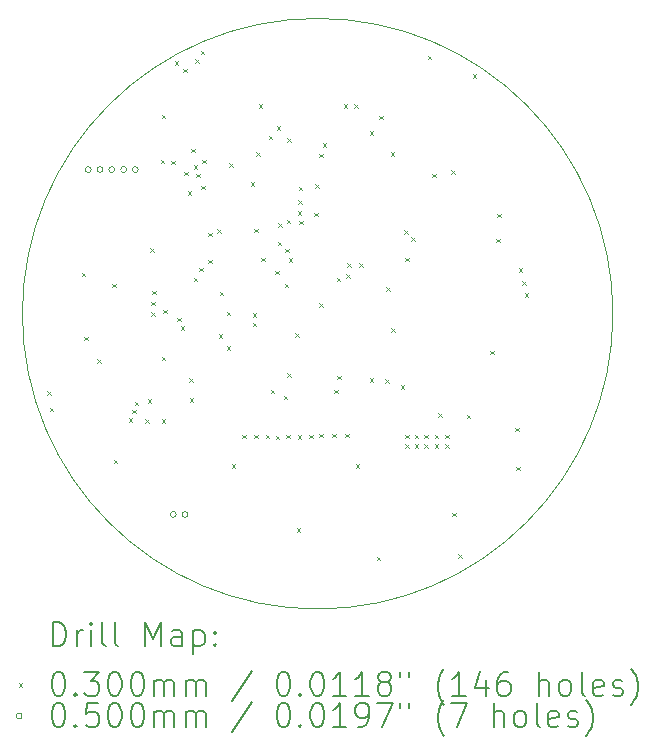
<source format=gbr>
%TF.GenerationSoftware,KiCad,Pcbnew,8.0.1*%
%TF.CreationDate,2024-05-30T23:43:43+05:00*%
%TF.ProjectId,6_layer_MCU,365f6c61-7965-4725-9f4d-43552e6b6963,rev?*%
%TF.SameCoordinates,Original*%
%TF.FileFunction,Drillmap*%
%TF.FilePolarity,Positive*%
%FSLAX45Y45*%
G04 Gerber Fmt 4.5, Leading zero omitted, Abs format (unit mm)*
G04 Created by KiCad (PCBNEW 8.0.1) date 2024-05-30 23:43:43*
%MOMM*%
%LPD*%
G01*
G04 APERTURE LIST*
%ADD10C,0.050000*%
%ADD11C,0.200000*%
%ADD12C,0.100000*%
G04 APERTURE END LIST*
D10*
X17793359Y-10150325D02*
G75*
G02*
X12793359Y-10150325I-2500000J0D01*
G01*
X12793359Y-10150325D02*
G75*
G02*
X17793359Y-10150325I2500000J0D01*
G01*
D11*
D12*
X13005000Y-10805000D02*
X13035000Y-10835000D01*
X13035000Y-10805000D02*
X13005000Y-10835000D01*
X13025000Y-10945000D02*
X13055000Y-10975000D01*
X13055000Y-10945000D02*
X13025000Y-10975000D01*
X13295000Y-9805000D02*
X13325000Y-9835000D01*
X13325000Y-9805000D02*
X13295000Y-9835000D01*
X13315000Y-10345000D02*
X13345000Y-10375000D01*
X13345000Y-10345000D02*
X13315000Y-10375000D01*
X13425000Y-10535000D02*
X13455000Y-10565000D01*
X13455000Y-10535000D02*
X13425000Y-10565000D01*
X13555000Y-9895000D02*
X13585000Y-9925000D01*
X13585000Y-9895000D02*
X13555000Y-9925000D01*
X13565000Y-11385000D02*
X13595000Y-11415000D01*
X13595000Y-11385000D02*
X13565000Y-11415000D01*
X13695000Y-11035000D02*
X13725000Y-11065000D01*
X13725000Y-11035000D02*
X13695000Y-11065000D01*
X13725000Y-10965000D02*
X13755000Y-10995000D01*
X13755000Y-10965000D02*
X13725000Y-10995000D01*
X13745000Y-10895000D02*
X13775000Y-10925000D01*
X13775000Y-10895000D02*
X13745000Y-10925000D01*
X13835000Y-11045000D02*
X13865000Y-11075000D01*
X13865000Y-11045000D02*
X13835000Y-11075000D01*
X13855000Y-10875000D02*
X13885000Y-10905000D01*
X13885000Y-10875000D02*
X13855000Y-10905000D01*
X13875000Y-9595294D02*
X13905000Y-9625294D01*
X13905000Y-9595294D02*
X13875000Y-9625294D01*
X13885000Y-10047500D02*
X13915000Y-10077500D01*
X13915000Y-10047500D02*
X13885000Y-10077500D01*
X13885000Y-10137500D02*
X13915000Y-10167500D01*
X13915000Y-10137500D02*
X13885000Y-10167500D01*
X13895000Y-9955000D02*
X13925000Y-9985000D01*
X13925000Y-9955000D02*
X13895000Y-9985000D01*
X13965000Y-8845000D02*
X13995000Y-8875000D01*
X13995000Y-8845000D02*
X13965000Y-8875000D01*
X13975000Y-8465000D02*
X14005000Y-8495000D01*
X14005000Y-8465000D02*
X13975000Y-8495000D01*
X13975000Y-10515000D02*
X14005000Y-10545000D01*
X14005000Y-10515000D02*
X13975000Y-10545000D01*
X13975000Y-11045000D02*
X14005000Y-11075000D01*
X14005000Y-11045000D02*
X13975000Y-11075000D01*
X13985000Y-10115000D02*
X14015000Y-10145000D01*
X14015000Y-10115000D02*
X13985000Y-10145000D01*
X14055000Y-8855000D02*
X14085000Y-8885000D01*
X14085000Y-8855000D02*
X14055000Y-8885000D01*
X14085000Y-8015000D02*
X14115000Y-8045000D01*
X14115000Y-8015000D02*
X14085000Y-8045000D01*
X14105000Y-10185000D02*
X14135000Y-10215000D01*
X14135000Y-10185000D02*
X14105000Y-10215000D01*
X14135000Y-10255000D02*
X14165000Y-10285000D01*
X14165000Y-10255000D02*
X14135000Y-10285000D01*
X14155000Y-8075000D02*
X14185000Y-8105000D01*
X14185000Y-8075000D02*
X14155000Y-8105000D01*
X14165000Y-8947175D02*
X14195000Y-8977175D01*
X14195000Y-8947175D02*
X14165000Y-8977175D01*
X14195000Y-9115000D02*
X14225000Y-9145000D01*
X14225000Y-9115000D02*
X14195000Y-9145000D01*
X14205000Y-10695000D02*
X14235000Y-10725000D01*
X14235000Y-10695000D02*
X14205000Y-10725000D01*
X14208288Y-10868289D02*
X14238288Y-10898289D01*
X14238288Y-10868289D02*
X14208288Y-10898289D01*
X14225000Y-8755000D02*
X14255000Y-8785000D01*
X14255000Y-8755000D02*
X14225000Y-8785000D01*
X14245000Y-8895000D02*
X14275000Y-8925000D01*
X14275000Y-8895000D02*
X14245000Y-8925000D01*
X14245000Y-9845000D02*
X14275000Y-9875000D01*
X14275000Y-9845000D02*
X14245000Y-9875000D01*
X14255000Y-7995000D02*
X14285000Y-8025000D01*
X14285000Y-7995000D02*
X14255000Y-8025000D01*
X14265000Y-8965000D02*
X14295000Y-8995000D01*
X14295000Y-8965000D02*
X14265000Y-8995000D01*
X14290700Y-9761193D02*
X14320700Y-9791193D01*
X14320700Y-9761193D02*
X14290700Y-9791193D01*
X14305000Y-7925000D02*
X14335000Y-7955000D01*
X14335000Y-7925000D02*
X14305000Y-7955000D01*
X14309223Y-9066554D02*
X14339223Y-9096554D01*
X14339223Y-9066554D02*
X14309223Y-9096554D01*
X14315000Y-8845000D02*
X14345000Y-8875000D01*
X14345000Y-8845000D02*
X14315000Y-8875000D01*
X14365000Y-9465000D02*
X14395000Y-9495000D01*
X14395000Y-9465000D02*
X14365000Y-9495000D01*
X14365000Y-9695000D02*
X14395000Y-9725000D01*
X14395000Y-9695000D02*
X14365000Y-9725000D01*
X14445000Y-9435000D02*
X14475000Y-9465000D01*
X14475000Y-9435000D02*
X14445000Y-9465000D01*
X14455000Y-10325000D02*
X14485000Y-10355000D01*
X14485000Y-10325000D02*
X14455000Y-10355000D01*
X14465000Y-9965000D02*
X14495000Y-9995000D01*
X14495000Y-9965000D02*
X14465000Y-9995000D01*
X14525000Y-10135000D02*
X14555000Y-10165000D01*
X14555000Y-10135000D02*
X14525000Y-10165000D01*
X14525000Y-10425000D02*
X14555000Y-10455000D01*
X14555000Y-10425000D02*
X14525000Y-10455000D01*
X14545000Y-8875000D02*
X14575000Y-8905000D01*
X14575000Y-8875000D02*
X14545000Y-8905000D01*
X14565000Y-11425000D02*
X14595000Y-11455000D01*
X14595000Y-11425000D02*
X14565000Y-11455000D01*
X14655000Y-11175000D02*
X14685000Y-11205000D01*
X14685000Y-11175000D02*
X14655000Y-11205000D01*
X14725000Y-9035000D02*
X14755000Y-9065000D01*
X14755000Y-9035000D02*
X14725000Y-9065000D01*
X14745000Y-10145000D02*
X14775000Y-10175000D01*
X14775000Y-10145000D02*
X14745000Y-10175000D01*
X14745000Y-10225000D02*
X14775000Y-10255000D01*
X14775000Y-10225000D02*
X14745000Y-10255000D01*
X14755000Y-11175000D02*
X14785000Y-11205000D01*
X14785000Y-11175000D02*
X14755000Y-11205000D01*
X14757223Y-9432777D02*
X14787223Y-9462777D01*
X14787223Y-9432777D02*
X14757223Y-9462777D01*
X14775000Y-8785000D02*
X14805000Y-8815000D01*
X14805000Y-8785000D02*
X14775000Y-8815000D01*
X14795000Y-8375000D02*
X14825000Y-8405000D01*
X14825000Y-8375000D02*
X14795000Y-8405000D01*
X14815000Y-9675000D02*
X14845000Y-9705000D01*
X14845000Y-9675000D02*
X14815000Y-9705000D01*
X14855000Y-11175000D02*
X14885000Y-11205000D01*
X14885000Y-11175000D02*
X14855000Y-11205000D01*
X14880090Y-8643692D02*
X14910090Y-8673692D01*
X14910090Y-8643692D02*
X14880090Y-8673692D01*
X14895000Y-10795000D02*
X14925000Y-10825000D01*
X14925000Y-10795000D02*
X14895000Y-10825000D01*
X14932936Y-9787064D02*
X14962936Y-9817064D01*
X14962936Y-9787064D02*
X14932936Y-9817064D01*
X14940000Y-11185000D02*
X14970000Y-11215000D01*
X14970000Y-11185000D02*
X14940000Y-11215000D01*
X14945000Y-8565000D02*
X14975000Y-8595000D01*
X14975000Y-8565000D02*
X14945000Y-8595000D01*
X14956622Y-9539149D02*
X14986622Y-9569149D01*
X14986622Y-9539149D02*
X14956622Y-9569149D01*
X14957327Y-9382971D02*
X14987327Y-9412971D01*
X14987327Y-9382971D02*
X14957327Y-9412971D01*
X15005000Y-10845000D02*
X15035000Y-10875000D01*
X15035000Y-10845000D02*
X15005000Y-10875000D01*
X15015000Y-9895000D02*
X15045000Y-9925000D01*
X15045000Y-9895000D02*
X15015000Y-9925000D01*
X15018736Y-9601264D02*
X15048736Y-9631264D01*
X15048736Y-9601264D02*
X15018736Y-9631264D01*
X15029384Y-11174484D02*
X15059384Y-11204484D01*
X15059384Y-11174484D02*
X15029384Y-11204484D01*
X15032753Y-9356307D02*
X15062753Y-9386307D01*
X15062753Y-9356307D02*
X15032753Y-9386307D01*
X15035000Y-8665000D02*
X15065000Y-8695000D01*
X15065000Y-8665000D02*
X15035000Y-8695000D01*
X15035000Y-10655000D02*
X15065000Y-10685000D01*
X15065000Y-10655000D02*
X15035000Y-10685000D01*
X15047566Y-9680510D02*
X15077566Y-9710510D01*
X15077566Y-9680510D02*
X15047566Y-9710510D01*
X15105000Y-10315000D02*
X15135000Y-10345000D01*
X15135000Y-10315000D02*
X15105000Y-10345000D01*
X15115000Y-11965000D02*
X15145000Y-11995000D01*
X15145000Y-11965000D02*
X15115000Y-11995000D01*
X15123574Y-11179290D02*
X15153574Y-11209290D01*
X15153574Y-11179290D02*
X15123574Y-11209290D01*
X15125000Y-9285000D02*
X15155000Y-9315000D01*
X15155000Y-9285000D02*
X15125000Y-9315000D01*
X15130962Y-9189038D02*
X15160962Y-9219038D01*
X15160962Y-9189038D02*
X15130962Y-9219038D01*
X15135000Y-9075000D02*
X15165000Y-9105000D01*
X15165000Y-9075000D02*
X15135000Y-9105000D01*
X15135022Y-9364370D02*
X15165022Y-9394370D01*
X15165022Y-9364370D02*
X15135022Y-9394370D01*
X15220656Y-11175543D02*
X15250656Y-11205543D01*
X15250656Y-11175543D02*
X15220656Y-11205543D01*
X15265000Y-9295000D02*
X15295000Y-9325000D01*
X15295000Y-9295000D02*
X15265000Y-9325000D01*
X15275000Y-9055000D02*
X15305000Y-9085000D01*
X15305000Y-9055000D02*
X15275000Y-9085000D01*
X15305000Y-8795000D02*
X15335000Y-8825000D01*
X15335000Y-8795000D02*
X15305000Y-8825000D01*
X15305000Y-11165000D02*
X15335000Y-11195000D01*
X15335000Y-11165000D02*
X15305000Y-11195000D01*
X15306334Y-10063666D02*
X15336334Y-10093666D01*
X15336334Y-10063666D02*
X15306334Y-10093666D01*
X15335000Y-8705000D02*
X15365000Y-8735000D01*
X15365000Y-8705000D02*
X15335000Y-8735000D01*
X15415000Y-11165000D02*
X15445000Y-11195000D01*
X15445000Y-11165000D02*
X15415000Y-11195000D01*
X15435000Y-10795000D02*
X15465000Y-10825000D01*
X15465000Y-10795000D02*
X15435000Y-10825000D01*
X15455000Y-9845000D02*
X15485000Y-9875000D01*
X15485000Y-9845000D02*
X15455000Y-9875000D01*
X15459175Y-10675000D02*
X15489175Y-10705000D01*
X15489175Y-10675000D02*
X15459175Y-10705000D01*
X15515000Y-8375000D02*
X15545000Y-8405000D01*
X15545000Y-8375000D02*
X15515000Y-8405000D01*
X15525000Y-11165000D02*
X15555000Y-11195000D01*
X15555000Y-11165000D02*
X15525000Y-11195000D01*
X15535000Y-9815000D02*
X15565000Y-9845000D01*
X15565000Y-9815000D02*
X15535000Y-9845000D01*
X15545000Y-9725000D02*
X15575000Y-9755000D01*
X15575000Y-9725000D02*
X15545000Y-9755000D01*
X15605000Y-8375000D02*
X15635000Y-8405000D01*
X15635000Y-8375000D02*
X15605000Y-8405000D01*
X15615000Y-11425000D02*
X15645000Y-11455000D01*
X15645000Y-11425000D02*
X15615000Y-11455000D01*
X15645000Y-9725000D02*
X15675000Y-9755000D01*
X15675000Y-9725000D02*
X15645000Y-9755000D01*
X15735000Y-8605000D02*
X15765000Y-8635000D01*
X15765000Y-8605000D02*
X15735000Y-8635000D01*
X15735000Y-10695000D02*
X15765000Y-10725000D01*
X15765000Y-10695000D02*
X15735000Y-10725000D01*
X15795000Y-12208584D02*
X15825000Y-12238584D01*
X15825000Y-12208584D02*
X15795000Y-12238584D01*
X15815888Y-8475889D02*
X15845888Y-8505889D01*
X15845888Y-8475889D02*
X15815888Y-8505889D01*
X15865000Y-10705000D02*
X15895000Y-10735000D01*
X15895000Y-10705000D02*
X15865000Y-10735000D01*
X15875000Y-9926329D02*
X15905000Y-9956329D01*
X15905000Y-9926329D02*
X15875000Y-9956329D01*
X15913671Y-8785000D02*
X15943671Y-8815000D01*
X15943671Y-8785000D02*
X15913671Y-8815000D01*
X15915000Y-10275000D02*
X15945000Y-10305000D01*
X15945000Y-10275000D02*
X15915000Y-10305000D01*
X15995000Y-10755000D02*
X16025000Y-10785000D01*
X16025000Y-10755000D02*
X15995000Y-10785000D01*
X16025000Y-9445000D02*
X16055000Y-9475000D01*
X16055000Y-9445000D02*
X16025000Y-9475000D01*
X16035000Y-9675000D02*
X16065000Y-9705000D01*
X16065000Y-9675000D02*
X16035000Y-9705000D01*
X16035000Y-11175000D02*
X16065000Y-11205000D01*
X16065000Y-11175000D02*
X16035000Y-11205000D01*
X16035000Y-11175000D02*
X16065000Y-11205000D01*
X16065000Y-11175000D02*
X16035000Y-11205000D01*
X16035000Y-11255000D02*
X16065000Y-11285000D01*
X16065000Y-11255000D02*
X16035000Y-11285000D01*
X16035000Y-11255000D02*
X16065000Y-11285000D01*
X16065000Y-11255000D02*
X16035000Y-11285000D01*
X16085000Y-9505000D02*
X16115000Y-9535000D01*
X16115000Y-9505000D02*
X16085000Y-9535000D01*
X16115000Y-11175000D02*
X16145000Y-11205000D01*
X16145000Y-11175000D02*
X16115000Y-11205000D01*
X16115000Y-11175000D02*
X16145000Y-11205000D01*
X16145000Y-11175000D02*
X16115000Y-11205000D01*
X16115000Y-11255000D02*
X16145000Y-11285000D01*
X16145000Y-11255000D02*
X16115000Y-11285000D01*
X16115000Y-11255000D02*
X16145000Y-11285000D01*
X16145000Y-11255000D02*
X16115000Y-11285000D01*
X16195000Y-11175000D02*
X16225000Y-11205000D01*
X16225000Y-11175000D02*
X16195000Y-11205000D01*
X16195000Y-11175000D02*
X16225000Y-11205000D01*
X16225000Y-11175000D02*
X16195000Y-11205000D01*
X16195000Y-11255000D02*
X16225000Y-11285000D01*
X16225000Y-11255000D02*
X16195000Y-11285000D01*
X16195000Y-11255000D02*
X16225000Y-11285000D01*
X16225000Y-11255000D02*
X16195000Y-11285000D01*
X16223579Y-7965294D02*
X16253579Y-7995294D01*
X16253579Y-7965294D02*
X16223579Y-7995294D01*
X16265000Y-8965000D02*
X16295000Y-8995000D01*
X16295000Y-8965000D02*
X16265000Y-8995000D01*
X16285000Y-11175000D02*
X16315000Y-11205000D01*
X16315000Y-11175000D02*
X16285000Y-11205000D01*
X16285000Y-11175000D02*
X16315000Y-11205000D01*
X16315000Y-11175000D02*
X16285000Y-11205000D01*
X16285000Y-11255000D02*
X16315000Y-11285000D01*
X16315000Y-11255000D02*
X16285000Y-11285000D01*
X16285000Y-11255000D02*
X16315000Y-11285000D01*
X16315000Y-11255000D02*
X16285000Y-11285000D01*
X16315000Y-10995000D02*
X16345000Y-11025000D01*
X16345000Y-10995000D02*
X16315000Y-11025000D01*
X16375000Y-11175000D02*
X16405000Y-11205000D01*
X16405000Y-11175000D02*
X16375000Y-11205000D01*
X16375000Y-11175000D02*
X16405000Y-11205000D01*
X16405000Y-11175000D02*
X16375000Y-11205000D01*
X16375000Y-11255000D02*
X16405000Y-11285000D01*
X16405000Y-11255000D02*
X16375000Y-11285000D01*
X16375000Y-11255000D02*
X16405000Y-11285000D01*
X16405000Y-11255000D02*
X16375000Y-11285000D01*
X16425000Y-8935000D02*
X16455000Y-8965000D01*
X16455000Y-8935000D02*
X16425000Y-8965000D01*
X16435000Y-11835000D02*
X16465000Y-11865000D01*
X16465000Y-11835000D02*
X16435000Y-11865000D01*
X16485000Y-12185000D02*
X16515000Y-12215000D01*
X16515000Y-12185000D02*
X16485000Y-12215000D01*
X16555000Y-11005000D02*
X16585000Y-11035000D01*
X16585000Y-11005000D02*
X16555000Y-11035000D01*
X16605416Y-8120858D02*
X16635416Y-8150858D01*
X16635416Y-8120858D02*
X16605416Y-8150858D01*
X16755000Y-10465000D02*
X16785000Y-10495000D01*
X16785000Y-10465000D02*
X16755000Y-10495000D01*
X16805000Y-9515000D02*
X16835000Y-9545000D01*
X16835000Y-9515000D02*
X16805000Y-9545000D01*
X16815000Y-9305000D02*
X16845000Y-9335000D01*
X16845000Y-9305000D02*
X16815000Y-9335000D01*
X16965250Y-11115000D02*
X16995250Y-11145000D01*
X16995250Y-11115000D02*
X16965250Y-11145000D01*
X16975250Y-11445000D02*
X17005250Y-11475000D01*
X17005250Y-11445000D02*
X16975250Y-11475000D01*
X16995000Y-9765000D02*
X17025000Y-9795000D01*
X17025000Y-9765000D02*
X16995000Y-9795000D01*
X17025000Y-9875000D02*
X17055000Y-9905000D01*
X17055000Y-9875000D02*
X17025000Y-9905000D01*
X17045000Y-9975000D02*
X17075000Y-10005000D01*
X17075000Y-9975000D02*
X17045000Y-10005000D01*
X13375000Y-8930000D02*
G75*
G02*
X13325000Y-8930000I-25000J0D01*
G01*
X13325000Y-8930000D02*
G75*
G02*
X13375000Y-8930000I25000J0D01*
G01*
X13475000Y-8930000D02*
G75*
G02*
X13425000Y-8930000I-25000J0D01*
G01*
X13425000Y-8930000D02*
G75*
G02*
X13475000Y-8930000I25000J0D01*
G01*
X13575000Y-8930000D02*
G75*
G02*
X13525000Y-8930000I-25000J0D01*
G01*
X13525000Y-8930000D02*
G75*
G02*
X13575000Y-8930000I25000J0D01*
G01*
X13675000Y-8930000D02*
G75*
G02*
X13625000Y-8930000I-25000J0D01*
G01*
X13625000Y-8930000D02*
G75*
G02*
X13675000Y-8930000I25000J0D01*
G01*
X13775000Y-8930000D02*
G75*
G02*
X13725000Y-8930000I-25000J0D01*
G01*
X13725000Y-8930000D02*
G75*
G02*
X13775000Y-8930000I25000J0D01*
G01*
X14095000Y-11850000D02*
G75*
G02*
X14045000Y-11850000I-25000J0D01*
G01*
X14045000Y-11850000D02*
G75*
G02*
X14095000Y-11850000I25000J0D01*
G01*
X14195000Y-11850000D02*
G75*
G02*
X14145000Y-11850000I-25000J0D01*
G01*
X14145000Y-11850000D02*
G75*
G02*
X14195000Y-11850000I25000J0D01*
G01*
D11*
X13051635Y-12964309D02*
X13051635Y-12764309D01*
X13051635Y-12764309D02*
X13099254Y-12764309D01*
X13099254Y-12764309D02*
X13127826Y-12773832D01*
X13127826Y-12773832D02*
X13146873Y-12792880D01*
X13146873Y-12792880D02*
X13156397Y-12811928D01*
X13156397Y-12811928D02*
X13165921Y-12850023D01*
X13165921Y-12850023D02*
X13165921Y-12878594D01*
X13165921Y-12878594D02*
X13156397Y-12916689D01*
X13156397Y-12916689D02*
X13146873Y-12935737D01*
X13146873Y-12935737D02*
X13127826Y-12954785D01*
X13127826Y-12954785D02*
X13099254Y-12964309D01*
X13099254Y-12964309D02*
X13051635Y-12964309D01*
X13251635Y-12964309D02*
X13251635Y-12830975D01*
X13251635Y-12869070D02*
X13261159Y-12850023D01*
X13261159Y-12850023D02*
X13270683Y-12840499D01*
X13270683Y-12840499D02*
X13289731Y-12830975D01*
X13289731Y-12830975D02*
X13308778Y-12830975D01*
X13375445Y-12964309D02*
X13375445Y-12830975D01*
X13375445Y-12764309D02*
X13365921Y-12773832D01*
X13365921Y-12773832D02*
X13375445Y-12783356D01*
X13375445Y-12783356D02*
X13384969Y-12773832D01*
X13384969Y-12773832D02*
X13375445Y-12764309D01*
X13375445Y-12764309D02*
X13375445Y-12783356D01*
X13499254Y-12964309D02*
X13480207Y-12954785D01*
X13480207Y-12954785D02*
X13470683Y-12935737D01*
X13470683Y-12935737D02*
X13470683Y-12764309D01*
X13604016Y-12964309D02*
X13584969Y-12954785D01*
X13584969Y-12954785D02*
X13575445Y-12935737D01*
X13575445Y-12935737D02*
X13575445Y-12764309D01*
X13832588Y-12964309D02*
X13832588Y-12764309D01*
X13832588Y-12764309D02*
X13899254Y-12907166D01*
X13899254Y-12907166D02*
X13965921Y-12764309D01*
X13965921Y-12764309D02*
X13965921Y-12964309D01*
X14146873Y-12964309D02*
X14146873Y-12859547D01*
X14146873Y-12859547D02*
X14137350Y-12840499D01*
X14137350Y-12840499D02*
X14118302Y-12830975D01*
X14118302Y-12830975D02*
X14080207Y-12830975D01*
X14080207Y-12830975D02*
X14061159Y-12840499D01*
X14146873Y-12954785D02*
X14127826Y-12964309D01*
X14127826Y-12964309D02*
X14080207Y-12964309D01*
X14080207Y-12964309D02*
X14061159Y-12954785D01*
X14061159Y-12954785D02*
X14051635Y-12935737D01*
X14051635Y-12935737D02*
X14051635Y-12916689D01*
X14051635Y-12916689D02*
X14061159Y-12897642D01*
X14061159Y-12897642D02*
X14080207Y-12888118D01*
X14080207Y-12888118D02*
X14127826Y-12888118D01*
X14127826Y-12888118D02*
X14146873Y-12878594D01*
X14242112Y-12830975D02*
X14242112Y-13030975D01*
X14242112Y-12840499D02*
X14261159Y-12830975D01*
X14261159Y-12830975D02*
X14299254Y-12830975D01*
X14299254Y-12830975D02*
X14318302Y-12840499D01*
X14318302Y-12840499D02*
X14327826Y-12850023D01*
X14327826Y-12850023D02*
X14337350Y-12869070D01*
X14337350Y-12869070D02*
X14337350Y-12926213D01*
X14337350Y-12926213D02*
X14327826Y-12945261D01*
X14327826Y-12945261D02*
X14318302Y-12954785D01*
X14318302Y-12954785D02*
X14299254Y-12964309D01*
X14299254Y-12964309D02*
X14261159Y-12964309D01*
X14261159Y-12964309D02*
X14242112Y-12954785D01*
X14423064Y-12945261D02*
X14432588Y-12954785D01*
X14432588Y-12954785D02*
X14423064Y-12964309D01*
X14423064Y-12964309D02*
X14413540Y-12954785D01*
X14413540Y-12954785D02*
X14423064Y-12945261D01*
X14423064Y-12945261D02*
X14423064Y-12964309D01*
X14423064Y-12840499D02*
X14432588Y-12850023D01*
X14432588Y-12850023D02*
X14423064Y-12859547D01*
X14423064Y-12859547D02*
X14413540Y-12850023D01*
X14413540Y-12850023D02*
X14423064Y-12840499D01*
X14423064Y-12840499D02*
X14423064Y-12859547D01*
D12*
X12760859Y-13277825D02*
X12790859Y-13307825D01*
X12790859Y-13277825D02*
X12760859Y-13307825D01*
D11*
X13089731Y-13184309D02*
X13108778Y-13184309D01*
X13108778Y-13184309D02*
X13127826Y-13193832D01*
X13127826Y-13193832D02*
X13137350Y-13203356D01*
X13137350Y-13203356D02*
X13146873Y-13222404D01*
X13146873Y-13222404D02*
X13156397Y-13260499D01*
X13156397Y-13260499D02*
X13156397Y-13308118D01*
X13156397Y-13308118D02*
X13146873Y-13346213D01*
X13146873Y-13346213D02*
X13137350Y-13365261D01*
X13137350Y-13365261D02*
X13127826Y-13374785D01*
X13127826Y-13374785D02*
X13108778Y-13384309D01*
X13108778Y-13384309D02*
X13089731Y-13384309D01*
X13089731Y-13384309D02*
X13070683Y-13374785D01*
X13070683Y-13374785D02*
X13061159Y-13365261D01*
X13061159Y-13365261D02*
X13051635Y-13346213D01*
X13051635Y-13346213D02*
X13042112Y-13308118D01*
X13042112Y-13308118D02*
X13042112Y-13260499D01*
X13042112Y-13260499D02*
X13051635Y-13222404D01*
X13051635Y-13222404D02*
X13061159Y-13203356D01*
X13061159Y-13203356D02*
X13070683Y-13193832D01*
X13070683Y-13193832D02*
X13089731Y-13184309D01*
X13242112Y-13365261D02*
X13251635Y-13374785D01*
X13251635Y-13374785D02*
X13242112Y-13384309D01*
X13242112Y-13384309D02*
X13232588Y-13374785D01*
X13232588Y-13374785D02*
X13242112Y-13365261D01*
X13242112Y-13365261D02*
X13242112Y-13384309D01*
X13318302Y-13184309D02*
X13442112Y-13184309D01*
X13442112Y-13184309D02*
X13375445Y-13260499D01*
X13375445Y-13260499D02*
X13404016Y-13260499D01*
X13404016Y-13260499D02*
X13423064Y-13270023D01*
X13423064Y-13270023D02*
X13432588Y-13279547D01*
X13432588Y-13279547D02*
X13442112Y-13298594D01*
X13442112Y-13298594D02*
X13442112Y-13346213D01*
X13442112Y-13346213D02*
X13432588Y-13365261D01*
X13432588Y-13365261D02*
X13423064Y-13374785D01*
X13423064Y-13374785D02*
X13404016Y-13384309D01*
X13404016Y-13384309D02*
X13346873Y-13384309D01*
X13346873Y-13384309D02*
X13327826Y-13374785D01*
X13327826Y-13374785D02*
X13318302Y-13365261D01*
X13565921Y-13184309D02*
X13584969Y-13184309D01*
X13584969Y-13184309D02*
X13604016Y-13193832D01*
X13604016Y-13193832D02*
X13613540Y-13203356D01*
X13613540Y-13203356D02*
X13623064Y-13222404D01*
X13623064Y-13222404D02*
X13632588Y-13260499D01*
X13632588Y-13260499D02*
X13632588Y-13308118D01*
X13632588Y-13308118D02*
X13623064Y-13346213D01*
X13623064Y-13346213D02*
X13613540Y-13365261D01*
X13613540Y-13365261D02*
X13604016Y-13374785D01*
X13604016Y-13374785D02*
X13584969Y-13384309D01*
X13584969Y-13384309D02*
X13565921Y-13384309D01*
X13565921Y-13384309D02*
X13546873Y-13374785D01*
X13546873Y-13374785D02*
X13537350Y-13365261D01*
X13537350Y-13365261D02*
X13527826Y-13346213D01*
X13527826Y-13346213D02*
X13518302Y-13308118D01*
X13518302Y-13308118D02*
X13518302Y-13260499D01*
X13518302Y-13260499D02*
X13527826Y-13222404D01*
X13527826Y-13222404D02*
X13537350Y-13203356D01*
X13537350Y-13203356D02*
X13546873Y-13193832D01*
X13546873Y-13193832D02*
X13565921Y-13184309D01*
X13756397Y-13184309D02*
X13775445Y-13184309D01*
X13775445Y-13184309D02*
X13794493Y-13193832D01*
X13794493Y-13193832D02*
X13804016Y-13203356D01*
X13804016Y-13203356D02*
X13813540Y-13222404D01*
X13813540Y-13222404D02*
X13823064Y-13260499D01*
X13823064Y-13260499D02*
X13823064Y-13308118D01*
X13823064Y-13308118D02*
X13813540Y-13346213D01*
X13813540Y-13346213D02*
X13804016Y-13365261D01*
X13804016Y-13365261D02*
X13794493Y-13374785D01*
X13794493Y-13374785D02*
X13775445Y-13384309D01*
X13775445Y-13384309D02*
X13756397Y-13384309D01*
X13756397Y-13384309D02*
X13737350Y-13374785D01*
X13737350Y-13374785D02*
X13727826Y-13365261D01*
X13727826Y-13365261D02*
X13718302Y-13346213D01*
X13718302Y-13346213D02*
X13708778Y-13308118D01*
X13708778Y-13308118D02*
X13708778Y-13260499D01*
X13708778Y-13260499D02*
X13718302Y-13222404D01*
X13718302Y-13222404D02*
X13727826Y-13203356D01*
X13727826Y-13203356D02*
X13737350Y-13193832D01*
X13737350Y-13193832D02*
X13756397Y-13184309D01*
X13908778Y-13384309D02*
X13908778Y-13250975D01*
X13908778Y-13270023D02*
X13918302Y-13260499D01*
X13918302Y-13260499D02*
X13937350Y-13250975D01*
X13937350Y-13250975D02*
X13965921Y-13250975D01*
X13965921Y-13250975D02*
X13984969Y-13260499D01*
X13984969Y-13260499D02*
X13994493Y-13279547D01*
X13994493Y-13279547D02*
X13994493Y-13384309D01*
X13994493Y-13279547D02*
X14004016Y-13260499D01*
X14004016Y-13260499D02*
X14023064Y-13250975D01*
X14023064Y-13250975D02*
X14051635Y-13250975D01*
X14051635Y-13250975D02*
X14070683Y-13260499D01*
X14070683Y-13260499D02*
X14080207Y-13279547D01*
X14080207Y-13279547D02*
X14080207Y-13384309D01*
X14175445Y-13384309D02*
X14175445Y-13250975D01*
X14175445Y-13270023D02*
X14184969Y-13260499D01*
X14184969Y-13260499D02*
X14204016Y-13250975D01*
X14204016Y-13250975D02*
X14232588Y-13250975D01*
X14232588Y-13250975D02*
X14251635Y-13260499D01*
X14251635Y-13260499D02*
X14261159Y-13279547D01*
X14261159Y-13279547D02*
X14261159Y-13384309D01*
X14261159Y-13279547D02*
X14270683Y-13260499D01*
X14270683Y-13260499D02*
X14289731Y-13250975D01*
X14289731Y-13250975D02*
X14318302Y-13250975D01*
X14318302Y-13250975D02*
X14337350Y-13260499D01*
X14337350Y-13260499D02*
X14346874Y-13279547D01*
X14346874Y-13279547D02*
X14346874Y-13384309D01*
X14737350Y-13174785D02*
X14565921Y-13431928D01*
X14994493Y-13184309D02*
X15013540Y-13184309D01*
X15013540Y-13184309D02*
X15032588Y-13193832D01*
X15032588Y-13193832D02*
X15042112Y-13203356D01*
X15042112Y-13203356D02*
X15051636Y-13222404D01*
X15051636Y-13222404D02*
X15061159Y-13260499D01*
X15061159Y-13260499D02*
X15061159Y-13308118D01*
X15061159Y-13308118D02*
X15051636Y-13346213D01*
X15051636Y-13346213D02*
X15042112Y-13365261D01*
X15042112Y-13365261D02*
X15032588Y-13374785D01*
X15032588Y-13374785D02*
X15013540Y-13384309D01*
X15013540Y-13384309D02*
X14994493Y-13384309D01*
X14994493Y-13384309D02*
X14975445Y-13374785D01*
X14975445Y-13374785D02*
X14965921Y-13365261D01*
X14965921Y-13365261D02*
X14956397Y-13346213D01*
X14956397Y-13346213D02*
X14946874Y-13308118D01*
X14946874Y-13308118D02*
X14946874Y-13260499D01*
X14946874Y-13260499D02*
X14956397Y-13222404D01*
X14956397Y-13222404D02*
X14965921Y-13203356D01*
X14965921Y-13203356D02*
X14975445Y-13193832D01*
X14975445Y-13193832D02*
X14994493Y-13184309D01*
X15146874Y-13365261D02*
X15156397Y-13374785D01*
X15156397Y-13374785D02*
X15146874Y-13384309D01*
X15146874Y-13384309D02*
X15137350Y-13374785D01*
X15137350Y-13374785D02*
X15146874Y-13365261D01*
X15146874Y-13365261D02*
X15146874Y-13384309D01*
X15280207Y-13184309D02*
X15299255Y-13184309D01*
X15299255Y-13184309D02*
X15318302Y-13193832D01*
X15318302Y-13193832D02*
X15327826Y-13203356D01*
X15327826Y-13203356D02*
X15337350Y-13222404D01*
X15337350Y-13222404D02*
X15346874Y-13260499D01*
X15346874Y-13260499D02*
X15346874Y-13308118D01*
X15346874Y-13308118D02*
X15337350Y-13346213D01*
X15337350Y-13346213D02*
X15327826Y-13365261D01*
X15327826Y-13365261D02*
X15318302Y-13374785D01*
X15318302Y-13374785D02*
X15299255Y-13384309D01*
X15299255Y-13384309D02*
X15280207Y-13384309D01*
X15280207Y-13384309D02*
X15261159Y-13374785D01*
X15261159Y-13374785D02*
X15251636Y-13365261D01*
X15251636Y-13365261D02*
X15242112Y-13346213D01*
X15242112Y-13346213D02*
X15232588Y-13308118D01*
X15232588Y-13308118D02*
X15232588Y-13260499D01*
X15232588Y-13260499D02*
X15242112Y-13222404D01*
X15242112Y-13222404D02*
X15251636Y-13203356D01*
X15251636Y-13203356D02*
X15261159Y-13193832D01*
X15261159Y-13193832D02*
X15280207Y-13184309D01*
X15537350Y-13384309D02*
X15423064Y-13384309D01*
X15480207Y-13384309D02*
X15480207Y-13184309D01*
X15480207Y-13184309D02*
X15461159Y-13212880D01*
X15461159Y-13212880D02*
X15442112Y-13231928D01*
X15442112Y-13231928D02*
X15423064Y-13241451D01*
X15727826Y-13384309D02*
X15613540Y-13384309D01*
X15670683Y-13384309D02*
X15670683Y-13184309D01*
X15670683Y-13184309D02*
X15651636Y-13212880D01*
X15651636Y-13212880D02*
X15632588Y-13231928D01*
X15632588Y-13231928D02*
X15613540Y-13241451D01*
X15842112Y-13270023D02*
X15823064Y-13260499D01*
X15823064Y-13260499D02*
X15813540Y-13250975D01*
X15813540Y-13250975D02*
X15804017Y-13231928D01*
X15804017Y-13231928D02*
X15804017Y-13222404D01*
X15804017Y-13222404D02*
X15813540Y-13203356D01*
X15813540Y-13203356D02*
X15823064Y-13193832D01*
X15823064Y-13193832D02*
X15842112Y-13184309D01*
X15842112Y-13184309D02*
X15880207Y-13184309D01*
X15880207Y-13184309D02*
X15899255Y-13193832D01*
X15899255Y-13193832D02*
X15908778Y-13203356D01*
X15908778Y-13203356D02*
X15918302Y-13222404D01*
X15918302Y-13222404D02*
X15918302Y-13231928D01*
X15918302Y-13231928D02*
X15908778Y-13250975D01*
X15908778Y-13250975D02*
X15899255Y-13260499D01*
X15899255Y-13260499D02*
X15880207Y-13270023D01*
X15880207Y-13270023D02*
X15842112Y-13270023D01*
X15842112Y-13270023D02*
X15823064Y-13279547D01*
X15823064Y-13279547D02*
X15813540Y-13289070D01*
X15813540Y-13289070D02*
X15804017Y-13308118D01*
X15804017Y-13308118D02*
X15804017Y-13346213D01*
X15804017Y-13346213D02*
X15813540Y-13365261D01*
X15813540Y-13365261D02*
X15823064Y-13374785D01*
X15823064Y-13374785D02*
X15842112Y-13384309D01*
X15842112Y-13384309D02*
X15880207Y-13384309D01*
X15880207Y-13384309D02*
X15899255Y-13374785D01*
X15899255Y-13374785D02*
X15908778Y-13365261D01*
X15908778Y-13365261D02*
X15918302Y-13346213D01*
X15918302Y-13346213D02*
X15918302Y-13308118D01*
X15918302Y-13308118D02*
X15908778Y-13289070D01*
X15908778Y-13289070D02*
X15899255Y-13279547D01*
X15899255Y-13279547D02*
X15880207Y-13270023D01*
X15994493Y-13184309D02*
X15994493Y-13222404D01*
X16070683Y-13184309D02*
X16070683Y-13222404D01*
X16365921Y-13460499D02*
X16356398Y-13450975D01*
X16356398Y-13450975D02*
X16337350Y-13422404D01*
X16337350Y-13422404D02*
X16327826Y-13403356D01*
X16327826Y-13403356D02*
X16318302Y-13374785D01*
X16318302Y-13374785D02*
X16308779Y-13327166D01*
X16308779Y-13327166D02*
X16308779Y-13289070D01*
X16308779Y-13289070D02*
X16318302Y-13241451D01*
X16318302Y-13241451D02*
X16327826Y-13212880D01*
X16327826Y-13212880D02*
X16337350Y-13193832D01*
X16337350Y-13193832D02*
X16356398Y-13165261D01*
X16356398Y-13165261D02*
X16365921Y-13155737D01*
X16546874Y-13384309D02*
X16432588Y-13384309D01*
X16489731Y-13384309D02*
X16489731Y-13184309D01*
X16489731Y-13184309D02*
X16470683Y-13212880D01*
X16470683Y-13212880D02*
X16451636Y-13231928D01*
X16451636Y-13231928D02*
X16432588Y-13241451D01*
X16718302Y-13250975D02*
X16718302Y-13384309D01*
X16670683Y-13174785D02*
X16623064Y-13317642D01*
X16623064Y-13317642D02*
X16746874Y-13317642D01*
X16908779Y-13184309D02*
X16870683Y-13184309D01*
X16870683Y-13184309D02*
X16851636Y-13193832D01*
X16851636Y-13193832D02*
X16842112Y-13203356D01*
X16842112Y-13203356D02*
X16823064Y-13231928D01*
X16823064Y-13231928D02*
X16813541Y-13270023D01*
X16813541Y-13270023D02*
X16813541Y-13346213D01*
X16813541Y-13346213D02*
X16823064Y-13365261D01*
X16823064Y-13365261D02*
X16832588Y-13374785D01*
X16832588Y-13374785D02*
X16851636Y-13384309D01*
X16851636Y-13384309D02*
X16889731Y-13384309D01*
X16889731Y-13384309D02*
X16908779Y-13374785D01*
X16908779Y-13374785D02*
X16918302Y-13365261D01*
X16918302Y-13365261D02*
X16927826Y-13346213D01*
X16927826Y-13346213D02*
X16927826Y-13298594D01*
X16927826Y-13298594D02*
X16918302Y-13279547D01*
X16918302Y-13279547D02*
X16908779Y-13270023D01*
X16908779Y-13270023D02*
X16889731Y-13260499D01*
X16889731Y-13260499D02*
X16851636Y-13260499D01*
X16851636Y-13260499D02*
X16832588Y-13270023D01*
X16832588Y-13270023D02*
X16823064Y-13279547D01*
X16823064Y-13279547D02*
X16813541Y-13298594D01*
X17165922Y-13384309D02*
X17165922Y-13184309D01*
X17251636Y-13384309D02*
X17251636Y-13279547D01*
X17251636Y-13279547D02*
X17242112Y-13260499D01*
X17242112Y-13260499D02*
X17223064Y-13250975D01*
X17223064Y-13250975D02*
X17194493Y-13250975D01*
X17194493Y-13250975D02*
X17175445Y-13260499D01*
X17175445Y-13260499D02*
X17165922Y-13270023D01*
X17375445Y-13384309D02*
X17356398Y-13374785D01*
X17356398Y-13374785D02*
X17346874Y-13365261D01*
X17346874Y-13365261D02*
X17337350Y-13346213D01*
X17337350Y-13346213D02*
X17337350Y-13289070D01*
X17337350Y-13289070D02*
X17346874Y-13270023D01*
X17346874Y-13270023D02*
X17356398Y-13260499D01*
X17356398Y-13260499D02*
X17375445Y-13250975D01*
X17375445Y-13250975D02*
X17404017Y-13250975D01*
X17404017Y-13250975D02*
X17423064Y-13260499D01*
X17423064Y-13260499D02*
X17432588Y-13270023D01*
X17432588Y-13270023D02*
X17442112Y-13289070D01*
X17442112Y-13289070D02*
X17442112Y-13346213D01*
X17442112Y-13346213D02*
X17432588Y-13365261D01*
X17432588Y-13365261D02*
X17423064Y-13374785D01*
X17423064Y-13374785D02*
X17404017Y-13384309D01*
X17404017Y-13384309D02*
X17375445Y-13384309D01*
X17556398Y-13384309D02*
X17537350Y-13374785D01*
X17537350Y-13374785D02*
X17527826Y-13355737D01*
X17527826Y-13355737D02*
X17527826Y-13184309D01*
X17708779Y-13374785D02*
X17689731Y-13384309D01*
X17689731Y-13384309D02*
X17651636Y-13384309D01*
X17651636Y-13384309D02*
X17632588Y-13374785D01*
X17632588Y-13374785D02*
X17623064Y-13355737D01*
X17623064Y-13355737D02*
X17623064Y-13279547D01*
X17623064Y-13279547D02*
X17632588Y-13260499D01*
X17632588Y-13260499D02*
X17651636Y-13250975D01*
X17651636Y-13250975D02*
X17689731Y-13250975D01*
X17689731Y-13250975D02*
X17708779Y-13260499D01*
X17708779Y-13260499D02*
X17718303Y-13279547D01*
X17718303Y-13279547D02*
X17718303Y-13298594D01*
X17718303Y-13298594D02*
X17623064Y-13317642D01*
X17794493Y-13374785D02*
X17813541Y-13384309D01*
X17813541Y-13384309D02*
X17851636Y-13384309D01*
X17851636Y-13384309D02*
X17870684Y-13374785D01*
X17870684Y-13374785D02*
X17880207Y-13355737D01*
X17880207Y-13355737D02*
X17880207Y-13346213D01*
X17880207Y-13346213D02*
X17870684Y-13327166D01*
X17870684Y-13327166D02*
X17851636Y-13317642D01*
X17851636Y-13317642D02*
X17823064Y-13317642D01*
X17823064Y-13317642D02*
X17804017Y-13308118D01*
X17804017Y-13308118D02*
X17794493Y-13289070D01*
X17794493Y-13289070D02*
X17794493Y-13279547D01*
X17794493Y-13279547D02*
X17804017Y-13260499D01*
X17804017Y-13260499D02*
X17823064Y-13250975D01*
X17823064Y-13250975D02*
X17851636Y-13250975D01*
X17851636Y-13250975D02*
X17870684Y-13260499D01*
X17946874Y-13460499D02*
X17956398Y-13450975D01*
X17956398Y-13450975D02*
X17975445Y-13422404D01*
X17975445Y-13422404D02*
X17984969Y-13403356D01*
X17984969Y-13403356D02*
X17994493Y-13374785D01*
X17994493Y-13374785D02*
X18004017Y-13327166D01*
X18004017Y-13327166D02*
X18004017Y-13289070D01*
X18004017Y-13289070D02*
X17994493Y-13241451D01*
X17994493Y-13241451D02*
X17984969Y-13212880D01*
X17984969Y-13212880D02*
X17975445Y-13193832D01*
X17975445Y-13193832D02*
X17956398Y-13165261D01*
X17956398Y-13165261D02*
X17946874Y-13155737D01*
D12*
X12790859Y-13556825D02*
G75*
G02*
X12740859Y-13556825I-25000J0D01*
G01*
X12740859Y-13556825D02*
G75*
G02*
X12790859Y-13556825I25000J0D01*
G01*
D11*
X13089731Y-13448309D02*
X13108778Y-13448309D01*
X13108778Y-13448309D02*
X13127826Y-13457832D01*
X13127826Y-13457832D02*
X13137350Y-13467356D01*
X13137350Y-13467356D02*
X13146873Y-13486404D01*
X13146873Y-13486404D02*
X13156397Y-13524499D01*
X13156397Y-13524499D02*
X13156397Y-13572118D01*
X13156397Y-13572118D02*
X13146873Y-13610213D01*
X13146873Y-13610213D02*
X13137350Y-13629261D01*
X13137350Y-13629261D02*
X13127826Y-13638785D01*
X13127826Y-13638785D02*
X13108778Y-13648309D01*
X13108778Y-13648309D02*
X13089731Y-13648309D01*
X13089731Y-13648309D02*
X13070683Y-13638785D01*
X13070683Y-13638785D02*
X13061159Y-13629261D01*
X13061159Y-13629261D02*
X13051635Y-13610213D01*
X13051635Y-13610213D02*
X13042112Y-13572118D01*
X13042112Y-13572118D02*
X13042112Y-13524499D01*
X13042112Y-13524499D02*
X13051635Y-13486404D01*
X13051635Y-13486404D02*
X13061159Y-13467356D01*
X13061159Y-13467356D02*
X13070683Y-13457832D01*
X13070683Y-13457832D02*
X13089731Y-13448309D01*
X13242112Y-13629261D02*
X13251635Y-13638785D01*
X13251635Y-13638785D02*
X13242112Y-13648309D01*
X13242112Y-13648309D02*
X13232588Y-13638785D01*
X13232588Y-13638785D02*
X13242112Y-13629261D01*
X13242112Y-13629261D02*
X13242112Y-13648309D01*
X13432588Y-13448309D02*
X13337350Y-13448309D01*
X13337350Y-13448309D02*
X13327826Y-13543547D01*
X13327826Y-13543547D02*
X13337350Y-13534023D01*
X13337350Y-13534023D02*
X13356397Y-13524499D01*
X13356397Y-13524499D02*
X13404016Y-13524499D01*
X13404016Y-13524499D02*
X13423064Y-13534023D01*
X13423064Y-13534023D02*
X13432588Y-13543547D01*
X13432588Y-13543547D02*
X13442112Y-13562594D01*
X13442112Y-13562594D02*
X13442112Y-13610213D01*
X13442112Y-13610213D02*
X13432588Y-13629261D01*
X13432588Y-13629261D02*
X13423064Y-13638785D01*
X13423064Y-13638785D02*
X13404016Y-13648309D01*
X13404016Y-13648309D02*
X13356397Y-13648309D01*
X13356397Y-13648309D02*
X13337350Y-13638785D01*
X13337350Y-13638785D02*
X13327826Y-13629261D01*
X13565921Y-13448309D02*
X13584969Y-13448309D01*
X13584969Y-13448309D02*
X13604016Y-13457832D01*
X13604016Y-13457832D02*
X13613540Y-13467356D01*
X13613540Y-13467356D02*
X13623064Y-13486404D01*
X13623064Y-13486404D02*
X13632588Y-13524499D01*
X13632588Y-13524499D02*
X13632588Y-13572118D01*
X13632588Y-13572118D02*
X13623064Y-13610213D01*
X13623064Y-13610213D02*
X13613540Y-13629261D01*
X13613540Y-13629261D02*
X13604016Y-13638785D01*
X13604016Y-13638785D02*
X13584969Y-13648309D01*
X13584969Y-13648309D02*
X13565921Y-13648309D01*
X13565921Y-13648309D02*
X13546873Y-13638785D01*
X13546873Y-13638785D02*
X13537350Y-13629261D01*
X13537350Y-13629261D02*
X13527826Y-13610213D01*
X13527826Y-13610213D02*
X13518302Y-13572118D01*
X13518302Y-13572118D02*
X13518302Y-13524499D01*
X13518302Y-13524499D02*
X13527826Y-13486404D01*
X13527826Y-13486404D02*
X13537350Y-13467356D01*
X13537350Y-13467356D02*
X13546873Y-13457832D01*
X13546873Y-13457832D02*
X13565921Y-13448309D01*
X13756397Y-13448309D02*
X13775445Y-13448309D01*
X13775445Y-13448309D02*
X13794493Y-13457832D01*
X13794493Y-13457832D02*
X13804016Y-13467356D01*
X13804016Y-13467356D02*
X13813540Y-13486404D01*
X13813540Y-13486404D02*
X13823064Y-13524499D01*
X13823064Y-13524499D02*
X13823064Y-13572118D01*
X13823064Y-13572118D02*
X13813540Y-13610213D01*
X13813540Y-13610213D02*
X13804016Y-13629261D01*
X13804016Y-13629261D02*
X13794493Y-13638785D01*
X13794493Y-13638785D02*
X13775445Y-13648309D01*
X13775445Y-13648309D02*
X13756397Y-13648309D01*
X13756397Y-13648309D02*
X13737350Y-13638785D01*
X13737350Y-13638785D02*
X13727826Y-13629261D01*
X13727826Y-13629261D02*
X13718302Y-13610213D01*
X13718302Y-13610213D02*
X13708778Y-13572118D01*
X13708778Y-13572118D02*
X13708778Y-13524499D01*
X13708778Y-13524499D02*
X13718302Y-13486404D01*
X13718302Y-13486404D02*
X13727826Y-13467356D01*
X13727826Y-13467356D02*
X13737350Y-13457832D01*
X13737350Y-13457832D02*
X13756397Y-13448309D01*
X13908778Y-13648309D02*
X13908778Y-13514975D01*
X13908778Y-13534023D02*
X13918302Y-13524499D01*
X13918302Y-13524499D02*
X13937350Y-13514975D01*
X13937350Y-13514975D02*
X13965921Y-13514975D01*
X13965921Y-13514975D02*
X13984969Y-13524499D01*
X13984969Y-13524499D02*
X13994493Y-13543547D01*
X13994493Y-13543547D02*
X13994493Y-13648309D01*
X13994493Y-13543547D02*
X14004016Y-13524499D01*
X14004016Y-13524499D02*
X14023064Y-13514975D01*
X14023064Y-13514975D02*
X14051635Y-13514975D01*
X14051635Y-13514975D02*
X14070683Y-13524499D01*
X14070683Y-13524499D02*
X14080207Y-13543547D01*
X14080207Y-13543547D02*
X14080207Y-13648309D01*
X14175445Y-13648309D02*
X14175445Y-13514975D01*
X14175445Y-13534023D02*
X14184969Y-13524499D01*
X14184969Y-13524499D02*
X14204016Y-13514975D01*
X14204016Y-13514975D02*
X14232588Y-13514975D01*
X14232588Y-13514975D02*
X14251635Y-13524499D01*
X14251635Y-13524499D02*
X14261159Y-13543547D01*
X14261159Y-13543547D02*
X14261159Y-13648309D01*
X14261159Y-13543547D02*
X14270683Y-13524499D01*
X14270683Y-13524499D02*
X14289731Y-13514975D01*
X14289731Y-13514975D02*
X14318302Y-13514975D01*
X14318302Y-13514975D02*
X14337350Y-13524499D01*
X14337350Y-13524499D02*
X14346874Y-13543547D01*
X14346874Y-13543547D02*
X14346874Y-13648309D01*
X14737350Y-13438785D02*
X14565921Y-13695928D01*
X14994493Y-13448309D02*
X15013540Y-13448309D01*
X15013540Y-13448309D02*
X15032588Y-13457832D01*
X15032588Y-13457832D02*
X15042112Y-13467356D01*
X15042112Y-13467356D02*
X15051636Y-13486404D01*
X15051636Y-13486404D02*
X15061159Y-13524499D01*
X15061159Y-13524499D02*
X15061159Y-13572118D01*
X15061159Y-13572118D02*
X15051636Y-13610213D01*
X15051636Y-13610213D02*
X15042112Y-13629261D01*
X15042112Y-13629261D02*
X15032588Y-13638785D01*
X15032588Y-13638785D02*
X15013540Y-13648309D01*
X15013540Y-13648309D02*
X14994493Y-13648309D01*
X14994493Y-13648309D02*
X14975445Y-13638785D01*
X14975445Y-13638785D02*
X14965921Y-13629261D01*
X14965921Y-13629261D02*
X14956397Y-13610213D01*
X14956397Y-13610213D02*
X14946874Y-13572118D01*
X14946874Y-13572118D02*
X14946874Y-13524499D01*
X14946874Y-13524499D02*
X14956397Y-13486404D01*
X14956397Y-13486404D02*
X14965921Y-13467356D01*
X14965921Y-13467356D02*
X14975445Y-13457832D01*
X14975445Y-13457832D02*
X14994493Y-13448309D01*
X15146874Y-13629261D02*
X15156397Y-13638785D01*
X15156397Y-13638785D02*
X15146874Y-13648309D01*
X15146874Y-13648309D02*
X15137350Y-13638785D01*
X15137350Y-13638785D02*
X15146874Y-13629261D01*
X15146874Y-13629261D02*
X15146874Y-13648309D01*
X15280207Y-13448309D02*
X15299255Y-13448309D01*
X15299255Y-13448309D02*
X15318302Y-13457832D01*
X15318302Y-13457832D02*
X15327826Y-13467356D01*
X15327826Y-13467356D02*
X15337350Y-13486404D01*
X15337350Y-13486404D02*
X15346874Y-13524499D01*
X15346874Y-13524499D02*
X15346874Y-13572118D01*
X15346874Y-13572118D02*
X15337350Y-13610213D01*
X15337350Y-13610213D02*
X15327826Y-13629261D01*
X15327826Y-13629261D02*
X15318302Y-13638785D01*
X15318302Y-13638785D02*
X15299255Y-13648309D01*
X15299255Y-13648309D02*
X15280207Y-13648309D01*
X15280207Y-13648309D02*
X15261159Y-13638785D01*
X15261159Y-13638785D02*
X15251636Y-13629261D01*
X15251636Y-13629261D02*
X15242112Y-13610213D01*
X15242112Y-13610213D02*
X15232588Y-13572118D01*
X15232588Y-13572118D02*
X15232588Y-13524499D01*
X15232588Y-13524499D02*
X15242112Y-13486404D01*
X15242112Y-13486404D02*
X15251636Y-13467356D01*
X15251636Y-13467356D02*
X15261159Y-13457832D01*
X15261159Y-13457832D02*
X15280207Y-13448309D01*
X15537350Y-13648309D02*
X15423064Y-13648309D01*
X15480207Y-13648309D02*
X15480207Y-13448309D01*
X15480207Y-13448309D02*
X15461159Y-13476880D01*
X15461159Y-13476880D02*
X15442112Y-13495928D01*
X15442112Y-13495928D02*
X15423064Y-13505451D01*
X15632588Y-13648309D02*
X15670683Y-13648309D01*
X15670683Y-13648309D02*
X15689731Y-13638785D01*
X15689731Y-13638785D02*
X15699255Y-13629261D01*
X15699255Y-13629261D02*
X15718302Y-13600689D01*
X15718302Y-13600689D02*
X15727826Y-13562594D01*
X15727826Y-13562594D02*
X15727826Y-13486404D01*
X15727826Y-13486404D02*
X15718302Y-13467356D01*
X15718302Y-13467356D02*
X15708778Y-13457832D01*
X15708778Y-13457832D02*
X15689731Y-13448309D01*
X15689731Y-13448309D02*
X15651636Y-13448309D01*
X15651636Y-13448309D02*
X15632588Y-13457832D01*
X15632588Y-13457832D02*
X15623064Y-13467356D01*
X15623064Y-13467356D02*
X15613540Y-13486404D01*
X15613540Y-13486404D02*
X15613540Y-13534023D01*
X15613540Y-13534023D02*
X15623064Y-13553070D01*
X15623064Y-13553070D02*
X15632588Y-13562594D01*
X15632588Y-13562594D02*
X15651636Y-13572118D01*
X15651636Y-13572118D02*
X15689731Y-13572118D01*
X15689731Y-13572118D02*
X15708778Y-13562594D01*
X15708778Y-13562594D02*
X15718302Y-13553070D01*
X15718302Y-13553070D02*
X15727826Y-13534023D01*
X15794493Y-13448309D02*
X15927826Y-13448309D01*
X15927826Y-13448309D02*
X15842112Y-13648309D01*
X15994493Y-13448309D02*
X15994493Y-13486404D01*
X16070683Y-13448309D02*
X16070683Y-13486404D01*
X16365921Y-13724499D02*
X16356398Y-13714975D01*
X16356398Y-13714975D02*
X16337350Y-13686404D01*
X16337350Y-13686404D02*
X16327826Y-13667356D01*
X16327826Y-13667356D02*
X16318302Y-13638785D01*
X16318302Y-13638785D02*
X16308779Y-13591166D01*
X16308779Y-13591166D02*
X16308779Y-13553070D01*
X16308779Y-13553070D02*
X16318302Y-13505451D01*
X16318302Y-13505451D02*
X16327826Y-13476880D01*
X16327826Y-13476880D02*
X16337350Y-13457832D01*
X16337350Y-13457832D02*
X16356398Y-13429261D01*
X16356398Y-13429261D02*
X16365921Y-13419737D01*
X16423064Y-13448309D02*
X16556398Y-13448309D01*
X16556398Y-13448309D02*
X16470683Y-13648309D01*
X16784969Y-13648309D02*
X16784969Y-13448309D01*
X16870683Y-13648309D02*
X16870683Y-13543547D01*
X16870683Y-13543547D02*
X16861160Y-13524499D01*
X16861160Y-13524499D02*
X16842112Y-13514975D01*
X16842112Y-13514975D02*
X16813541Y-13514975D01*
X16813541Y-13514975D02*
X16794493Y-13524499D01*
X16794493Y-13524499D02*
X16784969Y-13534023D01*
X16994493Y-13648309D02*
X16975445Y-13638785D01*
X16975445Y-13638785D02*
X16965922Y-13629261D01*
X16965922Y-13629261D02*
X16956398Y-13610213D01*
X16956398Y-13610213D02*
X16956398Y-13553070D01*
X16956398Y-13553070D02*
X16965922Y-13534023D01*
X16965922Y-13534023D02*
X16975445Y-13524499D01*
X16975445Y-13524499D02*
X16994493Y-13514975D01*
X16994493Y-13514975D02*
X17023064Y-13514975D01*
X17023064Y-13514975D02*
X17042112Y-13524499D01*
X17042112Y-13524499D02*
X17051636Y-13534023D01*
X17051636Y-13534023D02*
X17061160Y-13553070D01*
X17061160Y-13553070D02*
X17061160Y-13610213D01*
X17061160Y-13610213D02*
X17051636Y-13629261D01*
X17051636Y-13629261D02*
X17042112Y-13638785D01*
X17042112Y-13638785D02*
X17023064Y-13648309D01*
X17023064Y-13648309D02*
X16994493Y-13648309D01*
X17175445Y-13648309D02*
X17156398Y-13638785D01*
X17156398Y-13638785D02*
X17146874Y-13619737D01*
X17146874Y-13619737D02*
X17146874Y-13448309D01*
X17327826Y-13638785D02*
X17308779Y-13648309D01*
X17308779Y-13648309D02*
X17270683Y-13648309D01*
X17270683Y-13648309D02*
X17251636Y-13638785D01*
X17251636Y-13638785D02*
X17242112Y-13619737D01*
X17242112Y-13619737D02*
X17242112Y-13543547D01*
X17242112Y-13543547D02*
X17251636Y-13524499D01*
X17251636Y-13524499D02*
X17270683Y-13514975D01*
X17270683Y-13514975D02*
X17308779Y-13514975D01*
X17308779Y-13514975D02*
X17327826Y-13524499D01*
X17327826Y-13524499D02*
X17337350Y-13543547D01*
X17337350Y-13543547D02*
X17337350Y-13562594D01*
X17337350Y-13562594D02*
X17242112Y-13581642D01*
X17413541Y-13638785D02*
X17432588Y-13648309D01*
X17432588Y-13648309D02*
X17470683Y-13648309D01*
X17470683Y-13648309D02*
X17489731Y-13638785D01*
X17489731Y-13638785D02*
X17499255Y-13619737D01*
X17499255Y-13619737D02*
X17499255Y-13610213D01*
X17499255Y-13610213D02*
X17489731Y-13591166D01*
X17489731Y-13591166D02*
X17470683Y-13581642D01*
X17470683Y-13581642D02*
X17442112Y-13581642D01*
X17442112Y-13581642D02*
X17423064Y-13572118D01*
X17423064Y-13572118D02*
X17413541Y-13553070D01*
X17413541Y-13553070D02*
X17413541Y-13543547D01*
X17413541Y-13543547D02*
X17423064Y-13524499D01*
X17423064Y-13524499D02*
X17442112Y-13514975D01*
X17442112Y-13514975D02*
X17470683Y-13514975D01*
X17470683Y-13514975D02*
X17489731Y-13524499D01*
X17565922Y-13724499D02*
X17575445Y-13714975D01*
X17575445Y-13714975D02*
X17594493Y-13686404D01*
X17594493Y-13686404D02*
X17604017Y-13667356D01*
X17604017Y-13667356D02*
X17613541Y-13638785D01*
X17613541Y-13638785D02*
X17623064Y-13591166D01*
X17623064Y-13591166D02*
X17623064Y-13553070D01*
X17623064Y-13553070D02*
X17613541Y-13505451D01*
X17613541Y-13505451D02*
X17604017Y-13476880D01*
X17604017Y-13476880D02*
X17594493Y-13457832D01*
X17594493Y-13457832D02*
X17575445Y-13429261D01*
X17575445Y-13429261D02*
X17565922Y-13419737D01*
M02*

</source>
